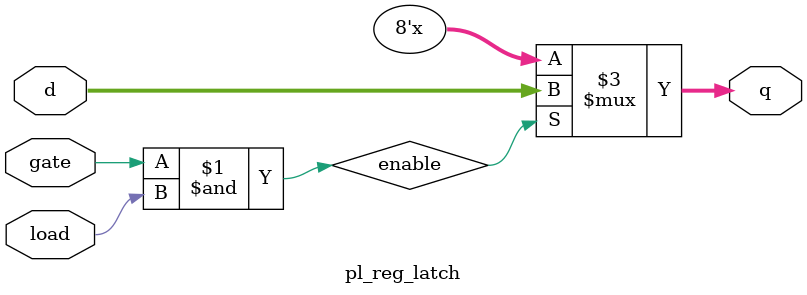
<source format=sv>
module pl_reg_latch #(parameter W=8) (
    input wire gate, load,
    input wire [W-1:0] d,
    output reg [W-1:0] q
);
    // 使用条件赋值标准 Verilog 语法
    // 明确表示 latch 行为，增强可读性
    // 组合 gate 和 load 为单一使能条件，减少逻辑级数
    wire enable = gate & load;
    
    always @* begin
        if (enable) q <= d;
    end
endmodule
</source>
